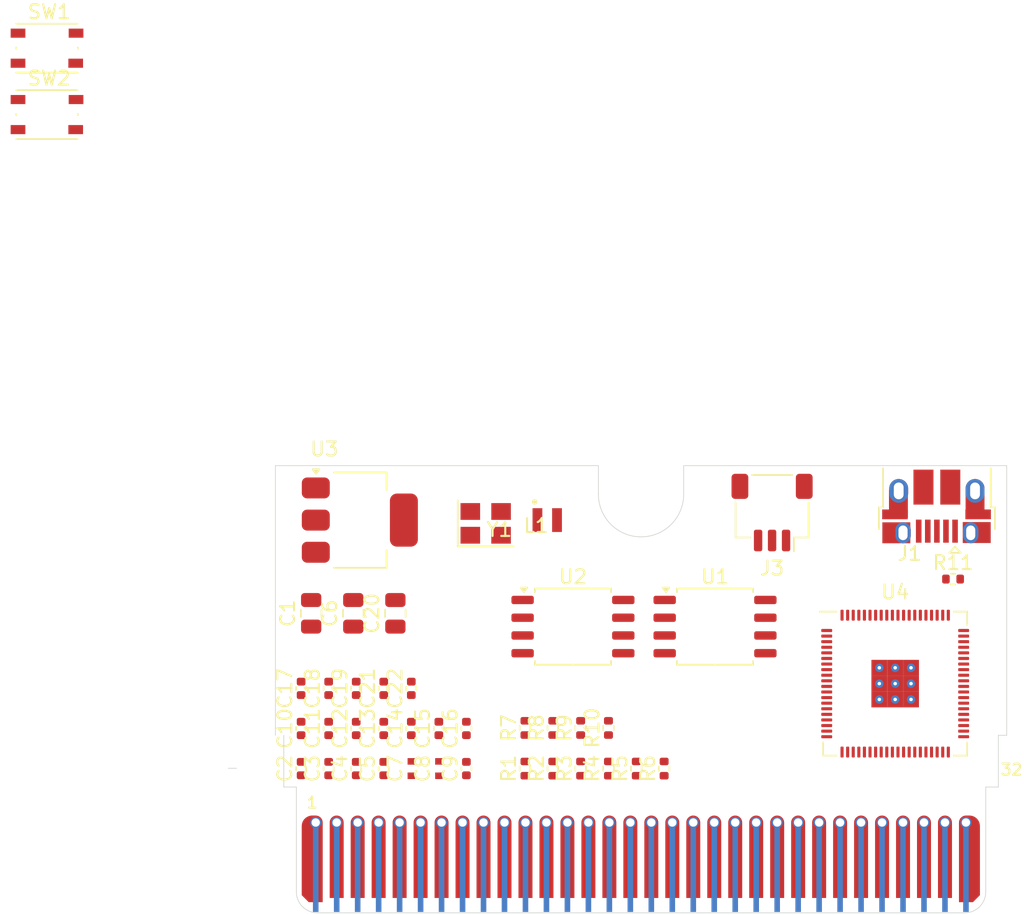
<source format=kicad_pcb>
(kicad_pcb (version 20221018) (generator pcbnew)
  (layers (0 "F.Cu" signal) (31 "B.Cu" signal) (34 "B.Paste" user) (35 "F.Paste" user) (36 "B.SilkS" user "B.Silkscreen") (37 "F.SilkS" user "F.Silkscreen") (38 "B.Mask" user) (39 "F.Mask" user) (44 "Edge.Cuts" user))
  (net 0 "")
  (net 1 "VBUS")
  (net 2 "GND")
  (net 3 "+3V3")
  (net 4 "/XIN")
  (net 5 "Net-(C5-Pad1)")
  (net 6 "+1V1")
  (net 7 "/VREG_AVDD")
  (net 8 "/USB_D-")
  (net 9 "/USB_D+")
  (net 11 "/GPIO0")
  (net 12 "/GPIO1")
  (net 13 "/GPIO2")
  (net 14 "/GPIO3")
  (net 15 "/GPIO4")
  (net 16 "/GPIO5")
  (net 17 "/GPIO6")
  (net 18 "/GPIO7")
  (net 19 "/GPIO8")
  (net 20 "/GPIO9")
  (net 21 "/GPIO10")
  (net 22 "/GPIO11")
  (net 23 "/GPIO12")
  (net 24 "/GPIO13")
  (net 25 "/GPIO14")
  (net 26 "/GPIO15")
  (net 27 "/GPIO16")
  (net 28 "/GPIO17")
  (net 29 "/GPIO18")
  (net 30 "/GPIO19")
  (net 31 "/GPIO20")
  (net 32 "/GPIO21")
  (net 33 "/GPIO22")
  (net 34 "/GPIO23")
  (net 35 "/GPIO24")
  (net 36 "/SWCLK")
  (net 37 "/SWD")
  (net 38 "/GPIO47_ADC7")
  (net 39 "/GPIO46_ADC6")
  (net 40 "/GPIO45_ADC5")
  (net 41 "/GPIO44_ADC4")
  (net 42 "/GPIO43_ADC3")
  (net 43 "/GPIO42_ADC2")
  (net 44 "/GPIO41_ADC1")
  (net 45 "/GPIO40_ADC0")
  (net 46 "/GPIO39")
  (net 47 "/GPIO38")
  (net 48 "/GPIO37")
  (net 49 "/GPIO36")
  (net 50 "/GPIO35")
  (net 51 "/GPIO34")
  (net 52 "/GPIO33")
  (net 53 "/GPIO32")
  (net 54 "/GPIO31")
  (net 55 "/GPIO30")
  (net 56 "/GPIO29")
  (net 57 "/GPIO28")
  (net 58 "/RUN")
  (net 59 "/GPIO27")
  (net 60 "/GPIO26")
  (net 61 "/GPIO25")
  (net 62 "/VREG_LX")
  (net 63 "/FLASH_SS")
  (net 64 "/QSPI_SS")
  (net 65 "/FLASH2_SS")
  (net 66 "Net-(R6-Pad1)")
  (net 67 "/XOUT")
  (net 68 "/~{USB_BOOT}")
  (net 69 "Net-(U4-USB_DP)")
  (net 70 "Net-(U4-USB_DM)")
  (net 71 "/QSPI_SD1")
  (net 72 "/QSPI_SD2")
  (net 73 "/QSPI_SD0")
  (net 74 "/QSPI_SCLK")
  (net 75 "/QSPI_SD3")
  (net 76 "+3.3V")
  (footprint "RP2350_80QFN_minimal:L_pol_2016" (layer "F.Cu") (at 142.94 88.9)
    (fp_text reference "L1" (at -0.8 0.4) (layer "F.SilkS"))
    (fp_text value "3.3u")
    (pad "1" smd rect (at -0.7 0) (size 0.7 1.7) (layers "F.Cu" "F.Paste" "F.Mask") (net 6 "+1V1"))
    (pad "2" smd rect (at 0.7 0) (size 0.7 1.7) (layers "F.Cu" "F.Paste" "F.Mask") (net 62 "/VREG_LX"))
  )
  (footprint "Capacitor_SMD:C_0805_2012Metric" (layer "F.Cu") (at 132.08 95.57 90)
    (fp_text reference "C20" (at 0 -1.68 90) (layer "F.SilkS"))
    (fp_text value "10u")
    (pad "1" smd roundrect (at -0.95 0 90) (size 1 1.45) (layers "F.Cu" "F.Paste" "F.Mask") (net 3 "+3V3"))
    (pad "2" smd roundrect (at 0.95 0 90) (size 1 1.45) (layers "F.Cu" "F.Paste" "F.Mask") (net 2 "GND"))
  )
  (footprint "Resistor_SMD:R_0402_1005Metric" (layer "F.Cu") (at 171.961237 93.120158)
    (fp_text reference "R11" (at 0 -1.17) (layer "F.SilkS"))
    (fp_text value "27")
    (pad "1" smd roundrect (at -0.51 0) (size 0.54 0.64) (layers "F.Cu" "F.Paste" "F.Mask") (net 8 "/USB_D-"))
    (pad "2" smd roundrect (at 0.51 0) (size 0.54 0.64) (layers "F.Cu" "F.Paste" "F.Mask") (net 70 "Net-(U4-USB_DM)"))
  )
  (footprint "Crystal:Crystal_SMD_3225-4Pin_3.2x2.5mm" (layer "F.Cu") (at 138.54 89.133579)
    (fp_text reference "Y1" (at 0.97 0.445) (layer "F.SilkS"))
    (fp_text value "ABM8-272-T3")
    (pad "1" smd rect (at -1.1 0.85) (size 1.4 1.2) (layers "F.Cu" "F.Paste" "F.Mask") (net 4 "/XIN"))
    (pad "2" smd rect (at 1.1 0.85) (size 1.4 1.2) (layers "F.Cu" "F.Paste" "F.Mask") (net 2 "GND"))
    (pad "3" smd rect (at 1.1 -0.85) (size 1.4 1.2) (layers "F.Cu" "F.Paste" "F.Mask") (net 5 "Net-(C5-Pad1)"))
    (pad "4" smd rect (at -1.1 -0.85) (size 1.4 1.2) (layers "F.Cu" "F.Paste" "F.Mask") (net 2 "GND"))
  )
  (footprint "Capacitor_SMD:C_0402_1005Metric" (layer "F.Cu") (at 129.28 100.94 90)
    (fp_text reference "C19" (at 0 -1.16 90) (layer "F.SilkS"))
    (fp_text value "100n")
    (pad "1" smd roundrect (at -0.48 0 90) (size 0.56 0.62) (layers "F.Cu" "F.Paste" "F.Mask") (net 3 "+3V3"))
    (pad "2" smd roundrect (at 0.48 0 90) (size 0.56 0.62) (layers "F.Cu" "F.Paste" "F.Mask") (net 2 "GND"))
  )
  (footprint "Capacitor_SMD:C_0402_1005Metric" (layer "F.Cu") (at 137.16 106.68 90)
    (fp_text reference "C9" (at 0 -1.16 90) (layer "F.SilkS"))
    (fp_text value "100n")
    (pad "1" smd roundrect (at -0.48 0 90) (size 0.56 0.62) (layers "F.Cu" "F.Paste" "F.Mask") (net 6 "+1V1"))
    (pad "2" smd roundrect (at 0.48 0 90) (size 0.56 0.62) (layers "F.Cu" "F.Paste" "F.Mask") (net 2 "GND"))
  )
  (footprint "Capacitor_SMD:C_0402_1005Metric" (layer "F.Cu") (at 127.31 100.94 90)
    (fp_text reference "C18" (at 0 -1.16 90) (layer "F.SilkS"))
    (fp_text value "100n")
    (pad "1" smd roundrect (at -0.48 0 90) (size 0.56 0.62) (layers "F.Cu" "F.Paste" "F.Mask") (net 3 "+3V3"))
    (pad "2" smd roundrect (at 0.48 0 90) (size 0.56 0.62) (layers "F.Cu" "F.Paste" "F.Mask") (net 2 "GND"))
  )
  (footprint "Package_TO_SOT_SMD:SOT-223-3_TabPin2" (layer "F.Cu") (at 129.54 88.9)
    (fp_text reference "U3" (at -2.54 -5.08) (layer "F.SilkS"))
    (fp_text value "NCP1117-3.3_SOT223")
    (pad "1" smd roundrect (at -3.15 -2.3) (size 2 1.5) (layers "F.Cu" "F.Paste" "F.Mask") (net 2 "GND"))
    (pad "2" smd roundrect (at -3.15 0) (size 2 1.5) (layers "F.Cu" "F.Paste" "F.Mask") (net 3 "+3V3"))
    (pad "2" smd roundrect (at 3.15 0) (size 2 3.8) (layers "F.Cu" "F.Paste" "F.Mask") (net 3 "+3V3"))
    (pad "3" smd roundrect (at -3.15 2.3) (size 2 1.5) (layers "F.Cu" "F.Paste" "F.Mask") (net 1 "VBUS"))
  )
  (footprint "Resistor_SMD:R_0402_1005Metric" (layer "F.Cu") (at 145.33 106.68 90)
    (fp_text reference "R3" (at 0 -1.17 90) (layer "F.SilkS"))
    (fp_text value "DNF")
    (pad "1" smd roundrect (at -0.51 0 90) (size 0.54 0.64) (layers "F.Cu" "F.Paste" "F.Mask") (net 11 "/GPIO0"))
    (pad "2" smd roundrect (at 0.51 0 90) (size 0.54 0.64) (layers "F.Cu" "F.Paste" "F.Mask") (net 65 "/FLASH2_SS"))
  )
  (footprint "Connector_JST:JST_SH_SM03B-SRSS-TB_1x03-1MP_P1.00mm_Horizontal" (layer "F.Cu") (at 159.02 88.36 180)
    (fp_text reference "J3" (at 0 -3.98) (layer "F.SilkS"))
    (fp_text value "SM03B-SRSS-TB")
    (pad "1" smd roundrect (at -1 -2 180) (size 0.6 1.55) (layers "F.Cu" "F.Paste" "F.Mask") (net 36 "/SWCLK"))
    (pad "2" smd roundrect (at 0 -2 180) (size 0.6 1.55) (layers "F.Cu" "F.Paste" "F.Mask") (net 2 "GND"))
    (pad "3" smd roundrect (at 1 -2 180) (size 0.6 1.55) (layers "F.Cu" "F.Paste" "F.Mask") (net 37 "/SWD"))
    (pad "MP" smd roundrect (at -2.3 1.875 180) (size 1.2 1.8) (layers "F.Cu" "F.Paste" "F.Mask") (roundrect_rratio 0.208333) (net 2 "GND"))
    (pad "MP" smd roundrect (at 2.3 1.875 180) (size 1.2 1.8) (layers "F.Cu" "F.Paste" "F.Mask") (roundrect_rratio 0.208333) (net 2 "GND"))
  )
  (footprint "Capacitor_SMD:C_0402_1005Metric" (layer "F.Cu") (at 129.28 106.68 90)
    (fp_text reference "C4" (at 0 -1.16 90) (layer "F.SilkS"))
    (fp_text value "15p")
    (pad "1" smd roundrect (at -0.48 0 90) (size 0.56 0.62) (layers "F.Cu" "F.Paste" "F.Mask") (net 4 "/XIN"))
    (pad "2" smd roundrect (at 0.48 0 90) (size 0.56 0.62) (layers "F.Cu" "F.Paste" "F.Mask") (net 2 "GND"))
  )
  (footprint "Package_SO:SOIC-8_5.23x5.23mm_P1.27mm" (layer "F.Cu") (at 144.78 96.52)
    (fp_text reference "U2" (at 0 -3.56) (layer "F.SilkS"))
    (fp_text value "DNF")
    (pad "1" smd roundrect (at -3.6 -1.905) (size 1.6 0.6) (layers "F.Cu" "F.Paste" "F.Mask") (net 65 "/FLASH2_SS"))
    (pad "2" smd roundrect (at -3.6 -0.635) (size 1.6 0.6) (layers "F.Cu" "F.Paste" "F.Mask") (net 71 "/QSPI_SD1"))
    (pad "3" smd roundrect (at -3.6 0.635) (size 1.6 0.6) (layers "F.Cu" "F.Paste" "F.Mask") (net 72 "/QSPI_SD2"))
    (pad "4" smd roundrect (at -3.6 1.905) (size 1.6 0.6) (layers "F.Cu" "F.Paste" "F.Mask") (net 2 "GND"))
    (pad "5" smd roundrect (at 3.6 1.905) (size 1.6 0.6) (layers "F.Cu" "F.Paste" "F.Mask") (net 73 "/QSPI_SD0"))
    (pad "6" smd roundrect (at 3.6 0.635) (size 1.6 0.6) (layers "F.Cu" "F.Paste" "F.Mask") (net 74 "/QSPI_SCLK"))
    (pad "7" smd roundrect (at 3.6 -0.635) (size 1.6 0.6) (layers "F.Cu" "F.Paste" "F.Mask") (net 75 "/QSPI_SD3"))
    (pad "8" smd roundrect (at 3.6 -1.905) (size 1.6 0.6) (layers "F.Cu" "F.Paste" "F.Mask") (net 3 "+3V3"))
  )
  (footprint "Resistor_SMD:R_0402_1005Metric" (layer "F.Cu") (at 149.31 106.68 90)
    (fp_text reference "R5" (at 0 -1.17 90) (layer "F.SilkS"))
    (fp_text value "DNF")
    (pad "1" smd roundrect (at -0.51 0 90) (size 0.54 0.64) (layers "F.Cu" "F.Paste" "F.Mask") (net 3 "+3V3"))
    (pad "2" smd roundrect (at 0.51 0 90) (size 0.54 0.64) (layers "F.Cu" "F.Paste" "F.Mask") (net 65 "/FLASH2_SS"))
  )
  (footprint "Capacitor_SMD:C_0402_1005Metric" (layer "F.Cu") (at 131.25 106.68 90)
    (fp_text reference "C5" (at 0 -1.16 90) (layer "F.SilkS"))
    (fp_text value "15p")
    (pad "1" smd roundrect (at -0.48 0 90) (size 0.56 0.62) (layers "F.Cu" "F.Paste" "F.Mask") (net 5 "Net-(C5-Pad1)"))
    (pad "2" smd roundrect (at 0.48 0 90) (size 0.56 0.62) (layers "F.Cu" "F.Paste" "F.Mask") (net 2 "GND"))
  )
  (footprint "Resistor_SMD:R_0402_1005Metric" (layer "F.Cu") (at 147.32 106.68 90)
    (fp_text reference "R4" (at 0 -1.17 90) (layer "F.SilkS"))
    (fp_text value "DNF")
    (pad "1" smd roundrect (at -0.51 0 90) (size 0.54 0.64) (layers "F.Cu" "F.Paste" "F.Mask") (net 3 "+3V3"))
    (pad "2" smd roundrect (at 0.51 0 90) (size 0.54 0.64) (layers "F.Cu" "F.Paste" "F.Mask") (net 63 "/FLASH_SS"))
  )
  (footprint "RP2350_80QFN_minimal:C_0402_1005Metric_small_pads" (layer "F.Cu") (at 133.22 106.68 90)
    (fp_text reference "C7" (at 0 -1.16 90) (layer "F.SilkS"))
    (fp_text value "4.7u")
    (pad "1" smd rect (at -0.515 0 90) (size 0.47 0.53) (layers "F.Cu" "F.Paste" "F.Mask") (net 3 "+3V3"))
    (pad "2" smd rect (at 0.515 0 90) (size 0.47 0.53) (layers "F.Cu" "F.Paste" "F.Mask") (net 2 "GND"))
  )
  (footprint "Capacitor_SMD:C_0402_1005Metric" (layer "F.Cu") (at 127.31 106.68 90)
    (fp_text reference "C3" (at 0 -1.16 90) (layer "F.SilkS"))
    (fp_text value "DNF")
    (pad "1" smd roundrect (at -0.48 0 90) (size 0.56 0.62) (layers "F.Cu" "F.Paste" "F.Mask") (net 3 "+3V3"))
    (pad "2" smd roundrect (at 0.48 0 90) (size 0.56 0.62) (layers "F.Cu" "F.Paste" "F.Mask") (net 2 "GND"))
  )
  (footprint "Capacitor_SMD:C_0805_2012Metric" (layer "F.Cu") (at 129.07 95.57 90)
    (fp_text reference "C6" (at 0 -1.68 90) (layer "F.SilkS"))
    (fp_text value "10u")
    (pad "1" smd roundrect (at -0.95 0 90) (size 1 1.45) (layers "F.Cu" "F.Paste" "F.Mask") (net 3 "+3V3"))
    (pad "2" smd roundrect (at 0.95 0 90) (size 1 1.45) (layers "F.Cu" "F.Paste" "F.Mask") (net 2 "GND"))
  )
  (footprint "Capacitor_SMD:C_0402_1005Metric" (layer "F.Cu") (at 131.25 103.81 90)
    (fp_text reference "C13" (at 0 -1.16 90) (layer "F.SilkS"))
    (fp_text value "100n")
    (pad "1" smd roundrect (at -0.48 0 90) (size 0.56 0.62) (layers "F.Cu" "F.Paste" "F.Mask") (net 3 "+3V3"))
    (pad "2" smd roundrect (at 0.48 0 90) (size 0.56 0.62) (layers "F.Cu" "F.Paste" "F.Mask") (net 2 "GND"))
  )
  (footprint "Button_Switch_SMD:SW_Push_1P1T_NO_Vertical_Wuerth_434133025816" (layer "F.Cu") (at 107.17 55.135)
    (fp_text reference "SW1" (at 0.15 -2.6) (layer "F.SilkS"))
    (fp_text value "SW_Push")
    (pad "1" smd rect (at -2.075 -1.075) (size 1.05 0.65) (layers "F.Cu" "F.Paste" "F.Mask") (net 2 "GND"))
    (pad "1" smd rect (at 2.075 -1.075) (size 1.05 0.65) (layers "F.Cu" "F.Paste" "F.Mask") (net 2 "GND"))
    (pad "2" smd rect (at -2.075 1.075) (size 1.05 0.65) (layers "F.Cu" "F.Paste" "F.Mask") (net 68 "/~{USB_BOOT}"))
    (pad "2" smd rect (at 2.05 1.075) (size 1.05 0.65) (layers "F.Cu" "F.Paste" "F.Mask") (net 68 "/~{USB_BOOT}"))
  )
  (footprint "Resistor_SMD:R_0402_1005Metric" (layer "F.Cu") (at 141.35 106.68 90)
    (fp_text reference "R1" (at 0 -1.17 90) (layer "F.SilkS"))
    (fp_text value "DNF")
    (pad "1" smd roundrect (at -0.51 0 90) (size 0.54 0.64) (layers "F.Cu" "F.Paste" "F.Mask") (net 11 "/GPIO0"))
    (pad "2" smd roundrect (at 0.51 0 90) (size 0.54 0.64) (layers "F.Cu" "F.Paste" "F.Mask") (net 63 "/FLASH_SS"))
  )
  (footprint "Resistor_SMD:R_0402_1005Metric" (layer "F.Cu") (at 145.33 103.77 90)
    (fp_text reference "R9" (at 0 -1.17 90) (layer "F.SilkS"))
    (fp_text value "1k")
    (pad "1" smd roundrect (at -0.51 0 90) (size 0.54 0.64) (layers "F.Cu" "F.Paste" "F.Mask") (net 64 "/QSPI_SS"))
    (pad "2" smd roundrect (at 0.51 0 90) (size 0.54 0.64) (layers "F.Cu" "F.Paste" "F.Mask") (net 68 "/~{USB_BOOT}"))
  )
  (footprint "Capacitor_SMD:C_0402_1005Metric" (layer "F.Cu") (at 131.25 100.94 90)
    (fp_text reference "C21" (at 0 -1.16 90) (layer "F.SilkS"))
    (fp_text value "100n")
    (pad "1" smd roundrect (at -0.48 0 90) (size 0.56 0.62) (layers "F.Cu" "F.Paste" "F.Mask") (net 3 "+3V3"))
    (pad "2" smd roundrect (at 0.48 0 90) (size 0.56 0.62) (layers "F.Cu" "F.Paste" "F.Mask") (net 2 "GND"))
  )
  (footprint "Capacitor_SMD:C_0402_1005Metric" (layer "F.Cu") (at 135.19 103.81 90)
    (fp_text reference "C15" (at 0 -1.16 90) (layer "F.SilkS"))
    (fp_text value "100n")
    (pad "1" smd roundrect (at -0.48 0 90) (size 0.56 0.62) (layers "F.Cu" "F.Paste" "F.Mask") (net 3 "+3V3"))
    (pad "2" smd roundrect (at 0.48 0 90) (size 0.56 0.62) (layers "F.Cu" "F.Paste" "F.Mask") (net 2 "GND"))
  )
  (footprint "Capacitor_SMD:C_0402_1005Metric" (layer "F.Cu") (at 125.34 103.81 90)
    (fp_text reference "C10" (at 0 -1.16 90) (layer "F.SilkS"))
    (fp_text value "4.7u")
    (pad "1" smd roundrect (at -0.48 0 90) (size 0.56 0.62) (layers "F.Cu" "F.Paste" "F.Mask") (net 7 "/VREG_AVDD"))
    (pad "2" smd roundrect (at 0.48 0 90) (size 0.56 0.62) (layers "F.Cu" "F.Paste" "F.Mask") (net 2 "GND"))
  )
  (footprint "Capacitor_SMD:C_0402_1005Metric" (layer "F.Cu") (at 125.34 106.68 90)
    (fp_text reference "C2" (at 0 -1.16 90) (layer "F.SilkS"))
    (fp_text value "100n")
    (pad "1" smd roundrect (at -0.48 0 90) (size 0.56 0.62) (layers "F.Cu" "F.Paste" "F.Mask") (net 3 "+3V3"))
    (pad "2" smd roundrect (at 0.48 0 90) (size 0.56 0.62) (layers "F.Cu" "F.Paste" "F.Mask") (net 2 "GND"))
  )
  (footprint "Button_Switch_SMD:SW_Push_1P1T_NO_Vertical_Wuerth_434133025816" (layer "F.Cu") (at 107.17 59.885)
    (fp_text reference "SW2" (at 0.15 -2.6) (layer "F.SilkS"))
    (fp_text value "SW_Push")
    (pad "1" smd rect (at -2.075 -1.075) (size 1.05 0.65) (layers "F.Cu" "F.Paste" "F.Mask") (net 66 "Net-(R6-Pad1)"))
    (pad "1" smd rect (at 2.075 -1.075) (size 1.05 0.65) (layers "F.Cu" "F.Paste" "F.Mask") (net 66 "Net-(R6-Pad1)"))
    (pad "2" smd rect (at -2.075 1.075) (size 1.05 0.65) (layers "F.Cu" "F.Paste" "F.Mask") (net 58 "/RUN"))
    (pad "2" smd rect (at 2.05 1.075) (size 1.05 0.65) (layers "F.Cu" "F.Paste" "F.Mask") (net 58 "/RUN"))
  )
  (footprint "Connector_USB:USB_Micro-B_Amphenol_10103594-0001LF_Horizontal" (layer "F.Cu") (at 170.779711 87.925515 180)
    (fp_text reference "J1" (at 1.925 -3.365) (layer "F.SilkS"))
    (fp_text value "USB_B_Micro")
    (pad "1" smd rect (at -1.325 -1.765 270) (size 1.65 0.4) (layers "F.Cu" "F.Paste" "F.Mask") (net 1 "VBUS"))
    (pad "2" smd rect (at -0.675 -1.765 270) (size 1.65 0.4) (layers "F.Cu" "F.Paste" "F.Mask") (net 8 "/USB_D-"))
    (pad "3" smd rect (at -0.025 -1.765 270) (size 1.65 0.4) (layers "F.Cu" "F.Paste" "F.Mask") (net 9 "/USB_D+"))
    (pad "4" smd rect (at 0.625 -1.765 270) (size 1.65 0.4) (layers "F.Cu" "F.Paste" "F.Mask"))
    (pad "5" smd rect (at 1.275 -1.765 270) (size 1.65 0.4) (layers "F.Cu" "F.Paste" "F.Mask") (net 2 "GND"))
    (pad "6" smd rect (at -2.975 -0.565 180) (size 1.825 0.7) (layers "F.Cu" "F.Paste" "F.Mask") (net 2 "GND"))
    (pad "6" smd rect (at -2.875 -1.865 180) (size 2 1.5) (layers "F.Cu" "F.Paste" "F.Mask") (net 2 "GND"))
    (pad "6" smd rect (at -2.755 0.185 180) (size 1.35 2) (layers "F.Cu" "F.Paste" "F.Mask") (net 2 "GND"))
    (pad "6" thru_hole oval (at -2.755 1.115 270) (size 1.7 1.35) (drill oval 1.2 0.7) (layers "*.Cu" "*.Mask") (net 2 "GND"))
    (pad "6" thru_hole oval (at -2.445 -1.885 270) (size 1.5 1.1) (drill oval 1.05 0.65) (layers "*.Cu" "*.Mask") (net 2 "GND"))
    (pad "6" smd rect (at -0.985 1.385 270) (size 2.5 1.43) (layers "F.Cu" "F.Paste" "F.Mask") (net 2 "GND"))
    (pad "6" smd rect (at 0.935 1.385 270) (size 2.5 1.43) (layers "F.Cu" "F.Paste" "F.Mask") (net 2 "GND"))
    (pad "6" thru_hole oval (at 2.395 -1.885 270) (size 1.5 1.1) (drill oval 1.05 0.65) (layers "*.Cu" "*.Mask") (net 2 "GND"))
    (pad "6" thru_hole oval (at 2.705 1.115 270) (size 1.7 1.35) (drill oval 1.2 0.7) (layers "*.Cu" "*.Mask") (net 2 "GND"))
    (pad "6" smd rect (at 2.725 0.185 180) (size 1.35 2) (layers "F.Cu" "F.Paste" "F.Mask") (net 2 "GND"))
    (pad "6" smd rect (at 2.875 -1.885 180) (size 2 1.5) (layers "F.Cu" "F.Paste" "F.Mask") (net 2 "GND"))
    (pad "6" smd rect (at 2.975 -0.565 180) (size 1.825 0.7) (layers "F.Cu" "F.Paste" "F.Mask") (net 2 "GND"))
  )
  (footprint "Capacitor_SMD:C_0402_1005Metric" (layer "F.Cu") (at 133.22 100.94 90)
    (fp_text reference "C22" (at 0 -1.16 90) (layer "F.SilkS"))
    (fp_text value "100n")
    (pad "1" smd roundrect (at -0.48 0 90) (size 0.56 0.62) (layers "F.Cu" "F.Paste" "F.Mask") (net 3 "+3V3"))
    (pad "2" smd roundrect (at 0.48 0 90) (size 0.56 0.62) (layers "F.Cu" "F.Paste" "F.Mask") (net 2 "GND"))
  )
  (footprint "Capacitor_SMD:C_0402_1005Metric" (layer "F.Cu") (at 127.31 103.81 90)
    (fp_text reference "C11" (at 0 -1.16 90) (layer "F.SilkS"))
    (fp_text value "4.7u")
    (pad "1" smd roundrect (at -0.48 0 90) (size 0.56 0.62) (layers "F.Cu" "F.Paste" "F.Mask") (net 6 "+1V1"))
    (pad "2" smd roundrect (at 0.48 0 90) (size 0.56 0.62) (layers "F.Cu" "F.Paste" "F.Mask") (net 2 "GND"))
  )
  (footprint "Capacitor_SMD:C_0402_1005Metric" (layer "F.Cu") (at 137.16 103.81 90)
    (fp_text reference "C16" (at 0 -1.16 90) (layer "F.SilkS"))
    (fp_text value "100n")
    (pad "1" smd roundrect (at -0.48 0 90) (size 0.56 0.62) (layers "F.Cu" "F.Paste" "F.Mask") (net 3 "+3V3"))
    (pad "2" smd roundrect (at 0.48 0 90) (size 0.56 0.62) (layers "F.Cu" "F.Paste" "F.Mask") (net 2 "GND"))
  )
  (footprint "RP2350_80QFN_minimal:RP2350-QFN-80-1EP_10x10_P0.4mm_EP3.4x3.4mm_ThermalVias" (layer "F.Cu") (at 167.8235 100.6)
    (fp_text reference "U4" (at 0 -6.55) (layer "F.SilkS"))
    (fp_text value "RP2350_80QFN")
    (pad "1" smd roundrect (at -4.8965 -3.8 90) (size 0.22 0.78) (layers "F.Cu" "F.Paste" "F.Mask") (net 15 "/GPIO4"))
    (pad "2" smd roundrect (at -4.8965 -3.4 90) (size 0.22 0.78) (layers "F.Cu" "F.Paste" "F.Mask") (net 16 "/GPIO5"))
    (pad "3" smd roundrect (at -4.8965 -3 90) (size 0.22 0.78) (layers "F.Cu" "F.Paste" "F.Mask") (net 17 "/GPIO6"))
    (pad "4" smd roundrect (at -4.8965 -2.6 90) (size 0.22 0.78) (layers "F.Cu" "F.Paste" "F.Mask") (net 18 "/GPIO7"))
    (pad "5" smd roundrect (at -4.8965 -2.2 90) (size 0.22 0.78) (layers "F.Cu" "F.Paste" "F.Mask") (net 3 "+3V3"))
    (pad "6" smd roundrect (at -4.8965 -1.8 90) (size 0.22 0.78) (layers "F.Cu" "F.Paste" "F.Mask") (net 19 "/GPIO8"))
    (pad "7" smd roundrect (at -4.8965 -1.4 90) (size 0.22 0.78) (layers "F.Cu" "F.Paste" "F.Mask") (net 20 "/GPIO9"))
    (pad "8" smd roundrect (at -4.8965 -1 90) (size 0.22 0.78) (layers "F.Cu" "F.Paste" "F.Mask") (net 21 "/GPIO10"))
    (pad "9" smd roundrect (at -4.8965 -0.6 90) (size 0.22 0.78) (layers "F.Cu" "F.Paste" "F.Mask") (net 22 "/GPIO11"))
    (pad "10" smd roundrect (at -4.8965 -0.2 90) (size 0.22 0.78) (layers "F.Cu" "F.Paste" "F.Mask") (net 6 "+1V1"))
    (pad "11" smd roundrect (at -4.8965 0.2 90) (size 0.22 0.78) (layers "F.Cu" "F.Paste" "F.Mask") (net 23 "/GPIO12"))
    (pad "12" smd roundrect (at -4.8965 0.6 90) (size 0.22 0.78) (layers "F.Cu" "F.Paste" "F.Mask") (net 24 "/GPIO13"))
    (pad "13" smd roundrect (at -4.8965 1 90) (size 0.22 0.78) (layers "F.Cu" "F.Paste" "F.Mask") (net 25 "/GPIO14"))
    (pad "14" smd roundrect (at -4.8965 1.4 90) (size 0.22 0.78) (layers "F.Cu" "F.Paste" "F.Mask") (net 26 "/GPIO15"))
    (pad "15" smd roundrect (at -4.8965 1.8 90) (size 0.22 0.78) (layers "F.Cu" "F.Paste" "F.Mask") (net 3 "+3V3"))
    (pad "16" smd roundrect (at -4.8965 2.2 90) (size 0.22 0.78) (layers "F.Cu" "F.Paste" "F.Mask") (net 27 "/GPIO16"))
    (pad "17" smd roundrect (at -4.8965 2.6 90) (size 0.22 0.78) (layers "F.Cu" "F.Paste" "F.Mask") (net 28 "/GPIO17"))
    (pad "18" smd roundrect (at -4.8965 3 90) (size 0.22 0.78) (layers "F.Cu" "F.Paste" "F.Mask") (net 29 "/GPIO18"))
    (pad "19" smd roundrect (at -4.8965 3.4 90) (size 0.22 0.78) (layers "F.Cu" "F.Paste" "F.Mask") (net 30 "/GPIO19"))
    (pad "20" smd roundrect (at -4.8965 3.8 90) (size 0.22 0.78) (layers "F.Cu" "F.Paste" "F.Mask") (net 31 "/GPIO20"))
    (pad "21" smd roundrect (at -3.8 4.8965) (size 0.22 0.78) (layers "F.Cu" "F.Paste" "F.Mask") (net 32 "/GPIO21"))
    (pad "22" smd roundrect (at -3.4 4.8965) (size 0.22 0.78) (layers "F.Cu" "F.Paste" "F.Mask") (net 33 "/GPIO22"))
    (pad "23" smd roundrect (at -3 4.8965) (size 0.22 0.78) (layers "F.Cu" "F.Paste" "F.Mask") (net 34 "/GPIO23"))
    (pad "24" smd roundrect (at -2.6 4.8965) (size 0.22 0.78) (layers "F.Cu" "F.Paste" "F.Mask") (net 3 "+3V3"))
    (pad "25" smd roundrect (at -2.2 4.8965) (size 0.22 0.78) (layers "F.Cu" "F.Paste" "F.Mask") (net 35 "/GPIO24"))
    (pad "26" smd roundrect (at -1.8 4.8965) (size 0.22 0.78) (layers "F.Cu" "F.Paste" "F.Mask") (net 61 "/GPIO25"))
    (pad "27" smd roundrect (at -1.4 4.8965) (size 0.22 0.78) (layers "F.Cu" "F.Paste" "F.Mask") (net 60 "/GPIO26"))
    (pad "28" smd roundrect (at -1 4.8965) (size 0.22 0.78) (layers "F.Cu" "F.Paste" "F.Mask") (net 59 "/GPIO27"))
    (pad "29" smd roundrect (at -0.6 4.8965) (size 0.22 0.78) (layers "F.Cu" "F.Paste" "F.Mask") (net 3 "+3V3"))
    (pad "30" smd roundrect (at -0.2 4.8965) (size 0.22 0.78) (layers "F.Cu" "F.Paste" "F.Mask") (net 4 "/XIN"))
    (pad "31" smd roundrect (at 0.2 4.8965) (size 0.22 0.78) (layers "F.Cu" "F.Paste" "F.Mask") (net 67 "/XOUT"))
    (pad "32" smd roundrect (at 0.6 4.8965) (size 0.22 0.78) (layers "F.Cu" "F.Paste" "F.Mask") (net 6 "+1V1"))
    (pad "33" smd roundrect (at 1 4.8965) (size 0.22 0.78) (layers "F.Cu" "F.Paste" "F.Mask") (net 36 "/SWCLK"))
    (pad "34" smd roundrect (at 1.4 4.8965) (size 0.22 0.78) (layers "F.Cu" "F.Paste" "F.Mask") (net 37 "/SWD"))
    (pad "35" smd roundrect (at 1.8 4.8965) (size 0.22 0.78) (layers "F.Cu" "F.Paste" "F.Mask") (net 58 "/RUN"))
    (pad "36" smd roundrect (at 2.2 4.8965) (size 0.22 0.78) (layers "F.Cu" "F.Paste" "F.Mask") (net 57 "/GPIO28"))
    (pad "37" smd roundrect (at 2.6 4.8965) (size 0.22 0.78) (layers "F.Cu" "F.Paste" "F.Mask") (net 56 "/GPIO29"))
    (pad "38" smd roundrect (at 3 4.8965) (size 0.22 0.78) (layers "F.Cu" "F.Paste" "F.Mask") (net 55 "/GPIO30"))
    (pad "39" smd roundrect (at 3.4 4.8965) (size 0.22 0.78) (layers "F.Cu" "F.Paste" "F.Mask") (net 54 "/GPIO31"))
    (pad "40" smd roundrect (at 3.8 4.8965) (size 0.22 0.78) (layers "F.Cu" "F.Paste" "F.Mask") (net 53 "/GPIO32"))
    (pad "41" smd roundrect (at 4.8965 3.8 90) (size 0.22 0.78) (layers "F.Cu" "F.Paste" "F.Mask") (net 3 "+3V3"))
    (pad "42" smd roundrect (at 4.8965 3.4 90) (size 0.22 0.78) (layers "F.Cu" "F.Paste" "F.Mask") (net 52 "/GPIO33"))
    (pad "43" smd roundrect (at 4.8965 3 90) (size 0.22 0.78) (layers "F.Cu" "F.Paste" "F.Mask") (net 51 "/GPIO34"))
    (pad "44" smd roundrect (at 4.8965 2.6 90) (size 0.22 0.78) (layers "F.Cu" "F.Paste" "F.Mask") (net 50 "/GPIO35"))
    (pad "45" smd roundrect (at 4.8965 2.2 90) (size 0.22 0.78) (layers "F.Cu" "F.Paste" "F.Mask") (net 49 "/GPIO36"))
    (pad "46" smd roundrect (at 4.8965 1.8 90) (size 0.22 0.78) (layers "F.Cu" "F.Paste" "F.Mask") (net 48 "/GPIO37"))
    (pad "47" smd roundrect (at 4.8965 1.4 90) (size 0.22 0.78) (layers "F.Cu" "F.Paste" "F.Mask") (net 47 "/GPIO38"))
    (pad "48" smd roundrect (at 4.8965 1 90) (size 0.22 0.78) (layers "F.Cu" "F.Paste" "F.Mask") (net 46 "/GPIO39"))
    (pad "49" smd roundrect (at 4.8965 0.6 90) (size 0.22 0.78) (layers "F.Cu" "F.Paste" "F.Mask") (net 45 "/GPIO40_ADC0"))
    (pad "50" smd roundrect (at 4.8965 0.2 90) (size 0.22 0.78) (layers "F.Cu" "F.Paste" "F.Mask") (net 3 "+3V3"))
    (pad "51" smd roundrect (at 4.8965 -0.2 90) (size 0.22 0.78) (layers "F.Cu" "F.Paste" "F.Mask") (net 6 "+1V1"))
    (pad "52" smd roundrect (at 4.8965 -0.6 90) (size 0.22 0.78) (layers "F.Cu" "F.Paste" "F.Mask") (net 44 "/GPIO41_ADC1"))
    (pad "53" smd roundrect (at 4.8965 -1 90) (size 0.22 0.78) (layers "F.Cu" "F.Paste" "F.Mask") (net 43 "/GPIO42_ADC2"))
    (pad "54" smd roundrect (at 4.8965 -1.4 90) (size 0.22 0.78) (layers "F.Cu" "F.Paste" "F.Mask") (net 42 "/GPIO43_ADC3"))
    (pad "55" smd roundrect (at 4.8965 -1.8 90) (size 0.22 0.78) (layers "F.Cu" "F.Paste" "F.Mask") (net 41 "/GPIO44_ADC4"))
    (pad "56" smd roundrect (at 4.8965 -2.2 90) (size 0.22 0.78) (layers "F.Cu" "F.Paste" "F.Mask") (net 40 "/GPIO45_ADC5"))
    (pad "57" smd roundrect (at 4.8965 -2.6 90) (size 0.22 0.78) (layers "F.Cu" "F.Paste" "F.Mask") (net 39 "/GPIO46_ADC6"))
    (pad "58" smd roundrect (at 4.8965 -3 90) (size 0.22 0.78) (layers "F.Cu" "F.Paste" "F.Mask") (net 38 "/GPIO47_ADC7"))
    (pad "59" smd roundrect (at 4.8965 -3.4 90) (size 0.22 0.78) (layers "F.Cu" "F.Paste" "F.Mask") (net 3 "+3V3"))
    (pad "60" smd roundrect (at 4.8965 -3.8 90) (size 0.22 0.78) (layers "F.Cu" "F.Paste" "F.Mask") (net 3 "+3V3"))
    (pad "61" smd roundrect (at 3.8 -4.8965) (size 0.22 0.78) (layers "F.Cu" "F.Paste" "F.Mask") (net 7 "/VREG_AVDD"))
    (pad "62" smd roundrect (at 3.4 -4.8965) (size 0.22 0.78) (layers "F.Cu" "F.Paste" "F.Mask") (net 2 "GND"))
    (pad "63" smd roundrect (at 3 -4.8965) (size 0.22 0.78) (layers "F.Cu" "F.Paste" "F.Mask") (net 62 "/VREG_LX"))
    (pad "64" smd roundrect (at 2.6 -4.8965) (size 0.22 0.78) (layers "F.Cu" "F.Paste" "F.Mask") (net 3 "+3V3"))
    (pad "65" smd roundrect (at 2.2 -4.8965) (size 0.22 0.78) (layers "F.Cu" "F.Paste" "F.Mask") (net 6 "+1V1"))
    (pad "66" smd roundrect (at 1.8 -4.8965) (size 0.22 0.78) (layers "F.Cu" "F.Paste" "F.Mask") (net 70 "Net-(U4-USB_DM)"))
    (pad "67" smd roundrect (at 1.4 -4.8965) (size 0.22 0.78) (layers "F.Cu" "F.Paste" "F.Mask") (net 69 "Net-(U4-USB_DP)"))
    (pad "68" smd roundrect (at 1 -4.8965) (size 0.22 0.78) (layers "F.Cu" "F.Paste" "F.Mask") (net 3 "+3V3"))
    (pad "69" smd roundrect (at 0.6 -4.8965) (size 0.22 0.78) (layers "F.Cu" "F.Paste" "F.Mask") (net 3 "+3V3"))
    (pad "70" smd roundrect (at 0.2 -4.8965) (size 0.22 0.78) (layers "F.Cu" "F.Paste" "F.Mask") (net 75 "/QSPI_SD3"))
    (pad "71" smd roundrect (at -0.2 -4.8965) (size 0.22 0.78) (layers "F.Cu" "F.Paste" "F.Mask") (net 74 "/QSPI_SCLK"))
    (pad "72" smd roundrect (at -0.6 -4.8965) (size 0.22 0.78) (layers "F.Cu" "F.Paste" "F.Mask") (net 73 "/QSPI_SD0"))
    (pad "73" smd roundrect (at -1 -4.8965) (size 0.22 0.78) (layers "F.Cu" "F.Paste" "F.Mask") (net 72 "/QSPI_SD2"))
    (pad "74" smd roundrect (at -1.4 -4.8965) (size 0.22 0.78) (layers "F.Cu" "F.Paste" "F.Mask") (net 71 "/QSPI_SD1"))
    (pad "75" smd roundrect (at -1.8 -4.8965) (size 0.22 0.78) (layers "F.Cu" "F.Paste" "F.Mask") (net 64 "/QSPI_SS"))
    (pad "76" smd roundrect (at -2.2 -4.8965) (size 0.22 0.78) (layers "F.Cu" "F.Paste" "F.Mask") (net 3 "+3V3"))
    (pad "77" smd roundrect (at -2.6 -4.8965) (size 0.22 0.78) (layers "F.Cu" "F.Paste" "F.Mask") (net 11 "/GPIO0"))
    (pad "78" smd roundrect (at -3 -4.8965) (size 0.22 0.78) (layers "F.Cu" "F.Paste" "F.Mask") (net 12 "/GPIO1"))
    (pad "79" smd roundrect (at -3.4 -4.8965) (size 0.22 0.78) (layers "F.Cu" "F.Paste" "F.Mask") (net 13 "/GPIO2"))
    (pad "80" smd roundrect (at -3.8 -4.8965) (size 0.22 0.78) (layers "F.Cu" "F.Paste" "F.Mask") (net 14 "/GPIO3"))
    (pad "81" thru_hole circle (at -1.133333 -1.133333) (size 0.6 0.6) (drill 0.25) (layers "*.Cu" "*.Mask") (net 2 "GND"))
    (pad "81" smd rect (at -1.133333 -1.133333) (size 1.133333 1.133333) (layers "F.Cu" "F.Paste" "F.Mask") (net 2 "GND"))
    (pad "81" thru_hole circle (at -1.133333 0) (size 0.6 0.6) (drill 0.25) (layers "*.Cu" "*.Mask") (net 2 "GND"))
    (pad "81" smd rect (at -1.133333 0) (size 1.133333 1.133333) (layers "F.Cu" "F.Paste" "F.Mask") (net 2 "GND"))
    (pad "81" thru_hole circle (at -1.133333 1.133333) (size 0.6 0.6) (drill 0.25) (layers "*.Cu" "*.Mask") (net 2 "GND"))
    (pad "81" smd rect (at -1.133333 1.133333) (size 1.133333 1.133333) (layers "F.Cu" "F.Paste" "F.Mask") (net 2 "GND"))
    (pad "81" thru_hole circle (at 0 -1.133333) (size 0.6 0.6) (drill 0.25) (layers "*.Cu" "*.Mask") (net 2 "GND"))
    (pad "81" smd rect (at 0 -1.133333) (size 1.133333 1.133333) (layers "F.Cu" "F.Paste" "F.Mask") (net 2 "GND"))
    (pad "81" thru_hole circle (at 0 0) (size 0.6 0.6) (drill 0.25) (layers "*.Cu" "*.Mask") (net 2 "GND"))
    (pad "81" smd rect (at 0 0) (size 1.133333 1.133333) (layers "F.Cu" "F.Paste" "F.Mask") (net 2 "GND"))
    (pad "81" thru_hole circle (at 0 1.133333) (size 0.6 0.6) (drill 0.25) (layers "*.Cu" "*.Mask") (net 2 "GND"))
    (pad "81" smd rect (at 0 1.133333) (size 1.133333 1.133333) (layers "F.Cu" "F.Paste" "F.Mask") (net 2 "GND"))
    (pad "81" thru_hole circle (at 1.133333 -1.133333) (size 0.6 0.6) (drill 0.25) (layers "*.Cu" "*.Mask") (net 2 "GND"))
    (pad "81" smd rect (at 1.133333 -1.133333) (size 1.133333 1.133333) (layers "F.Cu" "F.Paste" "F.Mask") (net 2 "GND"))
    (pad "81" thru_hole circle (at 1.133333 0) (size 0.6 0.6) (drill 0.25) (layers "*.Cu" "*.Mask") (net 2 "GND"))
    (pad "81" smd rect (at 1.133333 0) (size 1.133333 1.133333) (layers "F.Cu" "F.Paste" "F.Mask") (net 2 "GND"))
    (pad "81" thru_hole circle (at 1.133333 1.133333) (size 0.6 0.6) (drill 0.25) (layers "*.Cu" "*.Mask") (net 2 "GND"))
    (pad "81" smd rect (at 1.133333 1.133333) (size 1.133333 1.133333) (layers "F.Cu" "F.Paste" "F.Mask") (net 2 "GND"))
  )
  (footprint "Connector_GameBoy:GameBoy_GamePak_AGB-002_P1.50mm_Edge" (layer "F.Cu") (at 149.634168 116.938066)
    (fp_text reference "J5" hide)
    (fp_text value "GameBoy_GamePak_AGB-002" hide)
    (fp_text user "1" (at -23.5 -7.825) (layer "F.SilkS") (effects (font (size 0.8 0.8))))
    (fp_text user "32" (at 26.51 -10.1815) (layer "F.SilkS") (effects (font (size 0.8 0.8))))
    (fp_poly (pts (xy -23.05 0) (xy -23.45 0) (xy -23.45 -6.1) (xy -23.05 -6.1)) (fill solid) (layer "B.Cu"))
    (fp_poly (pts (xy -21.55 0) (xy -21.95 0) (xy -21.95 -6.1) (xy -21.55 -6.1)) (fill solid) (layer "B.Cu"))
    (fp_poly (pts (xy -20.05 0) (xy -20.45 0) (xy -20.45 -6.1) (xy -20.05 -6.1)) (fill solid) (layer "B.Cu"))
    (fp_poly (pts (xy -18.55 0) (xy -18.95 0) (xy -18.95 -6.1) (xy -18.55 -6.1)) (fill solid) (layer "B.Cu"))
    (fp_poly (pts (xy -17.05 0) (xy -17.45 0) (xy -17.45 -6.1) (xy -17.05 -6.1)) (fill solid) (layer "B.Cu"))
    (fp_poly (pts (xy -15.55 0) (xy -15.95 0) (xy -15.95 -6.1) (xy -15.55 -6.1)) (fill solid) (layer "B.Cu"))
    (fp_poly (pts (xy -14.05 0) (xy -14.45 0) (xy -14.45 -6.1) (xy -14.05 -6.1)) (fill solid) (layer "B.Cu"))
    (fp_poly (pts (xy -12.55 0) (xy -12.95 0) (xy -12.95 -6.1) (xy -12.55 -6.1)) (fill solid) (layer "B.Cu"))
    (fp_poly (pts (xy -11.05 0) (xy -11.45 0) (xy -11.45 -6.1) (xy -11.05 -6.1)) (fill solid) (layer "B.Cu"))
    (fp_poly (pts (xy -9.55 0) (xy -9.95 0) (xy -9.95 -6.1) (xy -9.55 -6.1)) (fill solid) (layer "B.Cu"))
    (fp_poly (pts (xy -8.05 0) (xy -8.45 0) (xy -8.45 -6.1) (xy -8.05 -6.1)) (fill solid) (layer "B.Cu"))
    (fp_poly (pts (xy -6.55 0) (xy -6.95 0) (xy -6.95 -6.1) (xy -6.55 -6.1)) (fill solid) (layer "B.Cu"))
    (fp_poly (pts (xy -5.05 0) (xy -5.45 0) (xy -5.45 -6.1) (xy -5.05 -6.1)) (fill solid) (layer "B.Cu"))
    (fp_poly (pts (xy -3.55 0) (xy -3.95 0) (xy -3.95 -6.1) (xy -3.55 -6.1)) (fill solid) (layer "B.Cu"))
    (fp_poly (pts (xy -2.05 0) (xy -2.45 0) (xy -2.45 -6.1) (xy -2.05 -6.1)) (fill solid) (layer "B.Cu"))
    (fp_poly (pts (xy -0.55 0) (xy -0.95 0) (xy -0.95 -6.1) (xy -0.55 -6.1)) (fill solid) (layer "B.Cu"))
    (fp_poly (pts (xy 0.95 0) (xy 0.55 0) (xy 0.55 -6.1) (xy 0.95 -6.1)) (fill solid) (layer "B.Cu"))
    (fp_poly (pts (xy 2.45 0) (xy 2.05 0) (xy 2.05 -6.1) (xy 2.45 -6.1)) (fill solid) (layer "B.Cu"))
    (fp_poly (pts (xy 3.95 0) (xy 3.55 0) (xy 3.55 -6.1) (xy 3.95 -6.1)) (fill solid) (layer "B.Cu"))
    (fp_poly (pts (xy 5.45 0) (xy 5.05 0) (xy 5.05 -6.1) (xy 5.45 -6.1)) (fill solid) (layer "B.Cu"))
    (fp_poly (pts (xy 6.95 0) (xy 6.55 0) (xy 6.55 -6.1) (xy 6.95 -6.1)) (fill solid) (layer "B.Cu"))
    (fp_poly (pts (xy 8.45 0) (xy 8.05 0) (xy 8.05 -6.1) (xy 8.45 -6.1)) (fill solid) (layer "B.Cu"))
    (fp_poly (pts (xy 9.95 0) (xy 9.55 0) (xy 9.55 -6.1) (xy 9.95 -6.1)) (fill solid) (layer "B.Cu"))
    (fp_poly (pts (xy 11.45 0) (xy 11.05 0) (xy 11.05 -6.1) (xy 11.45 -6.1)) (fill solid) (layer "B.Cu"))
    (fp_poly (pts (xy 12.95 0) (xy 12.55 0) (xy 12.55 -6.1) (xy 12.95 -6.1)) (fill solid) (layer "B.Cu"))
    (fp_poly (pts (xy 14.45 0) (xy 14.05 0) (xy 14.05 -6.1) (xy 14.45 -6.1)) (fill solid) (layer "B.Cu"))
    (fp_poly (pts (xy 15.95 0) (xy 15.55 0) (xy 15.55 -6.1) (xy 15.95 -6.1)) (fill solid) (layer "B.Cu"))
    (fp_poly (pts (xy 17.45 0) (xy 17.05 0) (xy 17.05 -6.1) (xy 17.45 -6.1)) (fill solid) (layer "B.Cu"))
    (fp_poly (pts (xy 18.95 0) (xy 18.55 0) (xy 18.55 -6.1) (xy 18.95 -6.1)) (fill solid) (layer "B.Cu"))
    (fp_poly (pts (xy 20.45 0) (xy 20.05 0) (xy 20.05 -6.1) (xy 20.45 -6.1)) (fill solid) (layer "B.Cu"))
    (fp_poly (pts (xy 21.95 0) (xy 21.55 0) (xy 21.55 -6.1) (xy 21.95 -6.1)) (fill solid) (layer "B.Cu"))
    (fp_poly (pts (xy 23.45 0) (xy 23.05 0) (xy 23.05 -6.1) (xy 23.45 -6.1)) (fill solid) (layer "B.Cu"))
    (pad "1" thru_hole circle (at -23.25 -6.4) (size 0.8 0.8) (drill 0.6) (layers "*.Cu" "*.Mask") (net 76 "+3.3V"))
    (pad "1" connect custom (at -23.25 -6.4) (size 0.8 0.8) (layers "F.Cu") (net 76 "+3.3V") (options (clearance outline) (anchor circle)) (primitives (gr_line (start -0.25 -0.45) (end 0 -0.45) (width 0.1)) (gr_circle (center 0 0) (end 0.25 0) (width 0.5) (fill none)) (gr_poly (pts (xy -1 5.2) (xy -1 0.25) (xy 0.5 0.25) (xy 0.5 5.7) (xy -0.5 5.7)) (width 0) (fill yes)) (gr_circle (center -0.25 0.25) (end 0.125 0.25) (width 0.75) (fill none)) (gr_line (start 0.45 0) (end 0.45 0.25) (width 0.1))))
    (pad "2" thru_hole circle (at -21.75 -6.4) (size 0.8 0.8) (drill 0.6) (layers "*.Cu" "*.Mask") (net 11 "/GPIO0"))
    (pad "2" connect custom (at -21.75 -6.4) (size 0.8 0.8) (layers "F.Cu") (net 11 "/GPIO0") (options (clearance outline) (anchor circle)) (primitives (gr_poly (pts (xy -0.5 5.4) (xy 0.5 5.4) (xy 0.5 0) (xy -0.5 0)) (width 0) (fill yes)) (gr_circle (center -0.001247 0) (end 0.25 0) (width 0.5) (fill none))))
    (pad "3" thru_hole circle (at -20.25 -6.4) (size 0.8 0.8) (drill 0.6) (layers "*.Cu" "*.Mask") (net 12 "/GPIO1"))
    (pad "3" connect custom (at -20.25 -6.4) (size 0.8 0.8) (layers "F.Cu") (net 12 "/GPIO1") (options (clearance outline) (anchor circle)) (primitives (gr_poly (pts (xy -0.5 5.4) (xy 0.5 5.4) (xy 0.5 0) (xy -0.5 0)) (width 0) (fill yes)) (gr_circle (center -0.001247 0) (end 0.25 0) (width 0.5) (fill none))))
    (pad "4" thru_hole circle (at -18.75 -6.4) (size 0.8 0.8) (drill 0.6) (layers "*.Cu" "*.Mask") (net 13 "/GPIO2"))
    (pad "4" connect custom (at -18.75 -6.4) (size 0.8 0.8) (layers "F.Cu") (net 13 "/GPIO2") (options (clearance outline) (anchor circle)) (primitives (gr_poly (pts (xy -0.5 5.4) (xy 0.5 5.4) (xy 0.5 0) (xy -0.5 0)) (width 0) (fill yes)) (gr_circle (center -0.001247 0) (end 0.25 0) (width 0.5) (fill none))))
    (pad "5" thru_hole circle (at -17.25 -6.4) (size 0.8 0.8) (drill 0.6) (layers "*.Cu" "*.Mask") (net 14 "/GPIO3"))
    (pad "5" connect custom (at -17.25 -6.4) (size 0.8 0.8) (layers "F.Cu") (net 14 "/GPIO3") (options (clearance outline) (anchor circle)) (primitives (gr_poly (pts (xy -0.5 5.4) (xy 0.5 5.4) (xy 0.5 0) (xy -0.5 0)) (width 0) (fill yes)) (gr_circle (center -0.001247 0) (end 0.25 0) (width 0.5) (fill none))))
    (pad "6" thru_hole circle (at -15.75 -6.4) (size 0.8 0.8) (drill 0.6) (layers "*.Cu" "*.Mask") (net 15 "/GPIO4"))
    (pad "6" connect custom (at -15.75 -6.4) (size 0.8 0.8) (layers "F.Cu") (net 15 "/GPIO4") (options (clearance outline) (anchor circle)) (primitives (gr_poly (pts (xy -0.5 5.4) (xy 0.5 5.4) (xy 0.5 0) (xy -0.5 0)) (width 0) (fill yes)) (gr_circle (center -0.001247 0) (end 0.25 0) (width 0.5) (fill none))))
    (pad "7" thru_hole circle (at -14.25 -6.4) (size 0.8 0.8) (drill 0.6) (layers "*.Cu" "*.Mask") (net 16 "/GPIO5"))
    (pad "7" connect custom (at -14.25 -6.4) (size 0.8 0.8) (layers "F.Cu") (net 16 "/GPIO5") (options (clearance outline) (anchor circle)) (primitives (gr_poly (pts (xy -0.5 5.4) (xy 0.5 5.4) (xy 0.5 0) (xy -0.5 0)) (width 0) (fill yes)) (gr_circle (center -0.001247 0) (end 0.25 0) (width 0.5) (fill none))))
    (pad "8" thru_hole circle (at -12.75 -6.4) (size 0.8 0.8) (drill 0.6) (layers "*.Cu" "*.Mask") (net 17 "/GPIO6"))
    (pad "8" connect custom (at -12.75 -6.4) (size 0.8 0.8) (layers "F.Cu") (net 17 "/GPIO6") (options (clearance outline) (anchor circle)) (primitives (gr_poly (pts (xy -0.5 5.4) (xy 0.5 5.4) (xy 0.5 0) (xy -0.5 0)) (width 0) (fill yes)) (gr_circle (center -0.001247 0) (end 0.25 0) (width 0.5) (fill none))))
    (pad "9" thru_hole circle (at -11.25 -6.4) (size 0.8 0.8) (drill 0.6) (layers "*.Cu" "*.Mask") (net 18 "/GPIO7"))
    (pad "9" connect custom (at -11.25 -6.4) (size 0.8 0.8) (layers "F.Cu") (net 18 "/GPIO7") (options (clearance outline) (anchor circle)) (primitives (gr_poly (pts (xy -0.5 5.4) (xy 0.5 5.4) (xy 0.5 0) (xy -0.5 0)) (width 0) (fill yes)) (gr_circle (center -0.001247 0) (end 0.25 0) (width 0.5) (fill none))))
    (pad "10" thru_hole circle (at -9.75 -6.4) (size 0.8 0.8) (drill 0.6) (layers "*.Cu" "*.Mask") (net 19 "/GPIO8"))
    (pad "10" connect custom (at -9.75 -6.4) (size 0.8 0.8) (layers "F.Cu") (net 19 "/GPIO8") (options (clearance outline) (anchor circle)) (primitives (gr_poly (pts (xy -0.5 5.4) (xy 0.5 5.4) (xy 0.5 0) (xy -0.5 0)) (width 0) (fill yes)) (gr_circle (center -0.001247 0) (end 0.25 0) (width 0.5) (fill none))))
    (pad "11" thru_hole circle (at -8.25 -6.4) (size 0.8 0.8) (drill 0.6) (layers "*.Cu" "*.Mask") (net 20 "/GPIO9"))
    (pad "11" connect custom (at -8.25 -6.4) (size 0.8 0.8) (layers "F.Cu") (net 20 "/GPIO9") (options (clearance outline) (anchor circle)) (primitives (gr_poly (pts (xy -0.5 5.4) (xy 0.5 5.4) (xy 0.5 0) (xy -0.5 0)) (width 0) (fill yes)) (gr_circle (center -0.001247 0) (end 0.25 0) (width 0.5) (fill none))))
    (pad "12" thru_hole circle (at -6.75 -6.4) (size 0.8 0.8) (drill 0.6) (layers "*.Cu" "*.Mask") (net 21 "/GPIO10"))
    (pad "12" connect custom (at -6.75 -6.4) (size 0.8 0.8) (layers "F.Cu") (net 21 "/GPIO10") (options (clearance outline) (anchor circle)) (primitives (gr_poly (pts (xy -0.5 5.4) (xy 0.5 5.4) (xy 0.5 0) (xy -0.5 0)) (width 0) (fill yes)) (gr_circle (center -0.001247 0) (end 0.25 0) (width 0.5) (fill none))))
    (pad "13" thru_hole circle (at -5.25 -6.4) (size 0.8 0.8) (drill 0.6) (layers "*.Cu" "*.Mask") (net 22 "/GPIO11"))
    (pad "13" connect custom (at -5.25 -6.4) (size 0.8 0.8) (layers "F.Cu") (net 22 "/GPIO11") (options (clearance outline) (anchor circle)) (primitives (gr_poly (pts (xy -0.5 5.4) (xy 0.5 5.4) (xy 0.5 0) (xy -0.5 0)) (width 0) (fill yes)) (gr_circle (center -0.001247 0) (end 0.25 0) (width 0.5) (fill none))))
    (pad "14" thru_hole circle (at -3.75 -6.4) (size 0.8 0.8) (drill 0.6) (layers "*.Cu" "*.Mask") (net 23 "/GPIO12"))
    (pad "14" connect custom (at -3.75 -6.4) (size 0.8 0.8) (layers "F.Cu") (net 23 "/GPIO12") (options (clearance outline) (anchor circle)) (primitives (gr_poly (pts (xy -0.5 5.4) (xy 0.5 5.4) (xy 0.5 0) (xy -0.5 0)) (width 0) (fill yes)) (gr_circle (center -0.001247 0) (end 0.25 0) (width 0.5) (fill none))))
    (pad "15" thru_hole circle (at -2.25 -6.4) (size 0.8 0.8) (drill 0.6) (layers "*.Cu" "*.Mask") (net 24 "/GPIO13"))
    (pad "15" connect custom (at -2.25 -6.4) (size 0.8 0.8) (layers "F.Cu") (net 24 "/GPIO13") (options (clearance outline) (anchor circle)) (primitives (gr_poly (pts (xy -0.5 5.4) (xy 0.5 5.4) (xy 0.5 0) (xy -0.5 0)) (width 0) (fill yes)) (gr_circle (center -0.001247 0) (end 0.25 0) (width 0.5) (fill none))))
    (pad "16" thru_hole circle (at -0.75 -6.4) (size 0.8 0.8) (drill 0.6) (layers "*.Cu" "*.Mask") (net 25 "/GPIO14"))
    (pad "16" connect custom (at -0.75 -6.4) (size 0.8 0.8) (layers "F.Cu") (net 25 "/GPIO14") (options (clearance outline) (anchor circle)) (primitives (gr_poly (pts (xy -0.5 5.4) (xy 0.5 5.4) (xy 0.5 0) (xy -0.5 0)) (width 0) (fill yes)) (gr_circle (center -0.001247 0) (end 0.25 0) (width 0.5) (fill none))))
    (pad "17" thru_hole circle (at 0.75 -6.4) (size 0.8 0.8) (drill 0.6) (layers "*.Cu" "*.Mask") (net 26 "/GPIO15"))
    (pad "17" connect custom (at 0.75 -6.4) (size 0.8 0.8) (layers "F.Cu") (net 26 "/GPIO15") (options (clearance outline) (anchor circle)) (primitives (gr_poly (pts (xy -0.5 5.4) (xy 0.5 5.4) (xy 0.5 0) (xy -0.5 0)) (width 0) (fill yes)) (gr_circle (center -0.001247 0) (end 0.25 0) (width 0.5) (fill none))))
    (pad "18" thru_hole circle (at 2.25 -6.4) (size 0.8 0.8) (drill 0.6) (layers "*.Cu" "*.Mask") (net 27 "/GPIO16"))
    (pad "18" connect custom (at 2.25 -6.4) (size 0.8 0.8) (layers "F.Cu") (net 27 "/GPIO16") (options (clearance outline) (anchor circle)) (primitives (gr_poly (pts (xy -0.5 5.4) (xy 0.5 5.4) (xy 0.5 0) (xy -0.5 0)) (width 0) (fill yes)) (gr_circle (center -0.001247 0) (end 0.25 0) (width 0.5) (fill none))))
    (pad "19" thru_hole circle (at 3.75 -6.4) (size 0.8 0.8) (drill 0.6) (layers "*.Cu" "*.Mask") (net 28 "/GPIO17"))
    (pad "19" connect custom (at 3.75 -6.4) (size 0.8 0.8) (layers "F.Cu") (net 28 "/GPIO17") (options (clearance outline) (anchor circle)) (primitives (gr_poly (pts (xy -0.5 5.4) (xy 0.5 5.4) (xy 0.5 0) (xy -0.5 0)) (width 0) (fill yes)) (gr_circle (center -0.001247 0) (end 0.25 0) (width 0.5) (fill none))))
    (pad "20" thru_hole circle (at 5.25 -6.4) (size 0.8 0.8) (drill 0.6) (layers "*.Cu" "*.Mask") (net 29 "/GPIO18"))
    (pad "20" connect custom (at 5.25 -6.4) (size 0.8 0.8) (layers "F.Cu") (net 29 "/GPIO18") (options (clearance outline) (anchor circle)) (primitives (gr_poly (pts (xy -0.5 5.4) (xy 0.5 5.4) (xy 0.5 0) (xy -0.5 0)) (width 0) (fill yes)) (gr_circle (center -0.001247 0) (end 0.25 0) (width 0.5) (fill none))))
    (pad "21" thru_hole circle (at 6.75 -6.4) (size 0.8 0.8) (drill 0.6) (layers "*.Cu" "*.Mask") (net 30 "/GPIO19"))
    (pad "21" connect custom (at 6.75 -6.4) (size 0.8 0.8) (layers "F.Cu") (net 30 "/GPIO19") (options (clearance outline) (anchor circle)) (primitives (gr_poly (pts (xy -0.5 5.4) (xy 0.5 5.4) (xy 0.5 0) (xy -0.5 0)) (width 0) (fill yes)) (gr_circle (center -0.001247 0) (end 0.25 0) (width 0.5) (fill none))))
    (pad "22" thru_hole circle (at 8.25 -6.4) (size 0.8 0.8) (drill 0.6) (layers "*.Cu" "*.Mask") (net 31 "/GPIO20"))
    (pad "22" connect custom (at 8.25 -6.4) (size 0.8 0.8) (layers "F.Cu") (net 31 "/GPIO20") (options (clearance outline) (anchor circle)) (primitives (gr_poly (pts (xy -0.5 5.4) (xy 0.5 5.4) (xy 0.5 0) (xy -0.5 0)) (width 0) (fill yes)) (gr_circle (center -0.001247 0) (end 0.25 0) (width 0.5) (fill none))))
    (pad "23" thru_hole circle (at 9.75 -6.4) (size 0.8 0.8) (drill 0.6) (layers "*.Cu" "*.Mask") (net 32 "/GPIO21"))
    (pad "23" connect custom (at 9.75 -6.4) (size 0.8 0.8) (layers "F.Cu") (net 32 "/GPIO21") (options (clearance outline) (anchor circle)) (primitives (gr_poly (pts (xy -0.5 5.4) (xy 0.5 5.4) (xy 0.5 0) (xy -0.5 0)) (width 0) (fill yes)) (gr_circle (center -0.001247 0) (end 0.25 0) (width 0.5) (fill none))))
    (pad "24" thru_hole circle (at 11.25 -6.4) (size 0.8 0.8) (drill 0.6) (layers "*.Cu" "*.Mask") (net 33 "/GPIO22"))
    (pad "24" connect custom (at 11.25 -6.4) (size 0.8 0.8) (layers "F.Cu") (net 33 "/GPIO22") (options (clearance outline) (anchor circle)) (primitives (gr_poly (pts (xy -0.5 5.4) (xy 0.5 5.4) (xy 0.5 0) (xy -0.5 0)) (width 0) (fill yes)) (gr_circle (center -0.001247 0) (end 0.25 0) (width 0.5) (fill none))))
    (pad "25" thru_hole circle (at 12.75 -6.4) (size 0.8 0.8) (drill 0.6) (layers "*.Cu" "*.Mask") (net 34 "/GPIO23"))
    (pad "25" connect custom (at 12.75 -6.4) (size 0.8 0.8) (layers "F.Cu") (net 34 "/GPIO23") (options (clearance outline) (anchor circle)) (primitives (gr_poly (pts (xy -0.5 5.4) (xy 0.5 5.4) (xy 0.5 0) (xy -0.5 0)) (width 0) (fill yes)) (gr_circle (center -0.001247 0) (end 0.25 0) (width 0.5) (fill none))))
    (pad "26" thru_hole circle (at 14.25 -6.4) (size 0.8 0.8) (drill 0.6) (layers "*.Cu" "*.Mask") (net 35 "/GPIO24"))
    (pad "26" connect custom (at 14.25 -6.4) (size 0.8 0.8) (layers "F.Cu") (net 35 "/GPIO24") (options (clearance outline) (anchor circle)) (primitives (gr_poly (pts (xy -0.5 5.4) (xy 0.5 5.4) (xy 0.5 0) (xy -0.5 0)) (width 0) (fill yes)) (gr_circle (center -0.001247 0) (end 0.25 0) (width 0.5) (fill none))))
    (pad "27" thru_hole circle (at 15.75 -6.4) (size 0.8 0.8) (drill 0.6) (layers "*.Cu" "*.Mask") (net 61 "/GPIO25"))
    (pad "27" connect custom (at 15.75 -6.4) (size 0.8 0.8) (layers "F.Cu") (net 61 "/GPIO25") (options (clearance outline) (anchor circle)) (primitives (gr_poly (pts (xy -0.5 5.4) (xy 0.5 5.4) (xy 0.5 0) (xy -0.5 0)) (width 0) (fill yes)) (gr_circle (center -0.001247 0) (end 0.25 0) (width 0.5) (fill none))))
    (pad "28" thru_hole circle (at 17.25 -6.4) (size 0.8 0.8) (drill 0.6) (layers "*.Cu" "*.Mask") (net 60 "/GPIO26"))
    (pad "28" connect custom (at 17.25 -6.4) (size 0.8 0.8) (layers "F.Cu") (net 60 "/GPIO26") (options (clearance outline) (anchor circle)) (primitives (gr_poly (pts (xy -0.5 5.4) (xy 0.5 5.4) (xy 0.5 0) (xy -0.5 0)) (width 0) (fill yes)) (gr_circle (center -0.001247 0) (end 0.25 0) (width 0.5) (fill none))))
    (pad "29" thru_hole circle (at 18.75 -6.4) (size 0.8 0.8) (drill 0.6) (layers "*.Cu" "*.Mask") (net 59 "/GPIO27"))
    (pad "29" connect custom (at 18.75 -6.4) (size 0.8 0.8) (layers "F.Cu") (net 59 "/GPIO27") (options (clearance outline) (anchor circle)) (primitives (gr_poly (pts (xy -0.5 5.4) (xy 0.5 5.4) (xy 0.5 0) (xy -0.5 0)) (width 0) (fill yes)) (gr_circle (center -0.001247 0) (end 0.25 0) (width 0.5) (fill none))))
    (pad "30" thru_hole circle (at 20.25 -6.4) (size 0.8 0.8) (drill 0.6) (layers "*.Cu" "*.Mask") (net 57 "/GPIO28"))
    (pad "30" connect custom (at 20.25 -6.4) (size 0.8 0.8) (layers "F.Cu") (net 57 "/GPIO28") (options (clearance outline) (anchor circle)) (primitives (gr_poly (pts (xy -0.5 5.4) (xy 0.5 5.4) (xy 0.5 0) (xy -0.5 0)) (width 0) (fill yes)) (gr_circle (center -0.001247 0) (end 0.25 0) (width 0.5) (fill none))))
    (pad "31" thru_hole circle (at 21.75 -6.4) (size 0.8 0.8) (drill 0.6) (layers "*.Cu" "*.Mask") (net 56 "/GPIO29"))
    (pad "31" connect custom (at 21.75 -6.4) (size 0.8 0.8) (layers "F.Cu") (net 56 "/GPIO29") (options (clearance outline) (anchor circle)) (primitives (gr_poly (pts (xy -0.5 5.4) (xy 0.5 5.4) (xy 0.5 0) (xy -0.5 0)) (width 0) (fill yes)) (gr_circle (center -0.001247 0) (end 0.25 0) (width 0.5) (fill none))))
    (pad "32" thru_hole circle (at 23.25 -6.4) (size 0.8 0.8) (drill 0.6) (layers "*.Cu" "*.Mask") (net 2 "GND"))
    (pad "32" connect custom (at 23.25 -6.4) (size 0.8 0.8) (layers "F.Cu") (net 2 "GND") (options (clearance outline) (anchor circle)) (primitives (gr_line (start 0 -0.45) (end 0.25 -0.45) (width 0.1)) (gr_poly (pts (xy -0.5 5.7) (xy -0.5 0.25) (xy 1 0.25) (xy 1 5.2) (xy 0.5 5.7)) (width 0) (fill yes)) (gr_circle (center 0.25 0.25) (end 0.625 0.25) (width 0.75) (fill none)) (gr_circle (center 0 0) (end 0.25 0) (width 0.5) (fill none)) (gr_line (start -0.45 0) (end -0.45 0.25) (width 0.1))))
  )
  (footprint "Resistor_SMD:R_0402_1005Metric" (layer "F.Cu") (at 147.32 103.77 90)
    (fp_text reference "R10" (at 0 -1.17 90) (layer "F.SilkS"))
    (fp_text value "27")
    (pad "1" smd roundrect (at -0.51 0 90) (size 0.54 0.64) (layers "F.Cu" "F.Paste" "F.Mask") (net 9 "/USB_D+"))
    (pad "2" smd roundrect (at 0.51 0 90) (size 0.54 0.64) (layers "F.Cu" "F.Paste" "F.Mask") (net 69 "Net-(U4-USB_DP)"))
  )
  (footprint "Resistor_SMD:R_0402_1005Metric" (layer "F.Cu") (at 143.34 103.77 90)
    (fp_text reference "R8" (at 0 -1.17 90) (layer "F.SilkS"))
    (fp_text value "33")
    (pad "1" smd roundrect (at -0.51 0 90) (size 0.54 0.64) (layers "F.Cu" "F.Paste" "F.Mask") (net 3 "+3V3"))
    (pad "2" smd roundrect (at 0.51 0 90) (size 0.54 0.64) (layers "F.Cu" "F.Paste" "F.Mask") (net 7 "/VREG_AVDD"))
  )
  (footprint "Capacitor_SMD:C_0402_1005Metric" (layer "F.Cu") (at 133.22 103.81 90)
    (fp_text reference "C14" (at 0 -1.16 90) (layer "F.SilkS"))
    (fp_text value "100n")
    (pad "1" smd roundrect (at -0.48 0 90) (size 0.56 0.62) (layers "F.Cu" "F.Paste" "F.Mask") (net 3 "+3V3"))
    (pad "2" smd roundrect (at 0.48 0 90) (size 0.56 0.62) (layers "F.Cu" "F.Paste" "F.Mask") (net 2 "GND"))
  )
  (footprint "Package_SO:SOIC-8_5.23x5.23mm_P1.27mm" (layer "F.Cu") (at 154.94 96.52)
    (fp_text reference "U1" (at 0 -3.56) (layer "F.SilkS"))
    (fp_text value "W25Q128JVS")
    (pad "1" smd roundrect (at -3.6 -1.905) (size 1.6 0.6) (layers "F.Cu" "F.Paste" "F.Mask") (net 63 "/FLASH_SS"))
    (pad "2" smd roundrect (at -3.6 -0.635) (size 1.6 0.6) (layers "F.Cu" "F.Paste" "F.Mask") (net 71 "/QSPI_SD1"))
    (pad "3" smd roundrect (at -3.6 0.635) (size 1.6 0.6) (layers "F.Cu" "F.Paste" "F.Mask") (net 72 "/QSPI_SD2"))
    (pad "4" smd roundrect (at -3.6 1.905) (size 1.6 0.6) (layers "F.Cu" "F.Paste" "F.Mask") (net 2 "GND"))
    (pad "5" smd roundrect (at 3.6 1.905) (size 1.6 0.6) (layers "F.Cu" "F.Paste" "F.Mask") (net 73 "/QSPI_SD0"))
    (pad "6" smd roundrect (at 3.6 0.635) (size 1.6 0.6) (layers "F.Cu" "F.Paste" "F.Mask") (net 74 "/QSPI_SCLK"))
    (pad "7" smd roundrect (at 3.6 -0.635) (size 1.6 0.6) (layers "F.Cu" "F.Paste" "F.Mask") (net 75 "/QSPI_SD3"))
    (pad "8" smd roundrect (at 3.6 -1.905) (size 1.6 0.6) (layers "F.Cu" "F.Paste" "F.Mask") (net 3 "+3V3"))
  )
  (footprint "Resistor_SMD:R_0402_1005Metric" (layer "F.Cu") (at 151.3 106.68 90)
    (fp_text reference "R6" (at 0 -1.17 90) (layer "F.SilkS"))
    (fp_text value "1k")
    (pad "1" smd roundrect (at -0.51 0 90) (size 0.54 0.64) (layers "F.Cu" "F.Paste" "F.Mask") (net 66 "Net-(R6-Pad1)"))
    (pad "2" smd roundrect (at 0.51 0 90) (size 0.54 0.64) (layers "F.Cu" "F.Paste" "F.Mask") (net 2 "GND"))
  )
  (footprint "RP2350_80QFN_minimal:C_0402_1005Metric_small_pads" (layer "F.Cu") (at 135.19 106.68 90)
    (fp_text reference "C8" (at 0 -1.16 90) (layer "F.SilkS"))
    (fp_text value "4.7u")
    (pad "1" smd rect (at -0.515 0 90) (size 0.47 0.53) (layers "F.Cu" "F.Paste" "F.Mask") (net 6 "+1V1"))
    (pad "2" smd rect (at 0.515 0 90) (size 0.47 0.53) (layers "F.Cu" "F.Paste" "F.Mask") (net 2 "GND"))
  )
  (footprint "Resistor_SMD:R_0402_1005Metric" (layer "F.Cu") (at 143.34 106.68 90)
    (fp_text reference "R2" (at 0 -1.17 90) (layer "F.SilkS"))
    (fp_text value "0")
    (pad "1" smd roundrect (at -0.51 0 90) (size 0.54 0.64) (layers "F.Cu" "F.Paste" "F.Mask") (net 64 "/QSPI_SS"))
    (pad "2" smd roundrect (at 0.51 0 90) (size 0.54 0.64) (layers "F.Cu" "F.Paste" "F.Mask") (net 63 "/FLASH_SS"))
  )
  (footprint "Capacitor_SMD:C_0402_1005Metric" (layer "F.Cu") (at 125.34 100.94 90)
    (fp_text reference "C17" (at 0 -1.16 90) (layer "F.SilkS"))
    (fp_text value "100n")
    (pad "1" smd roundrect (at -0.48 0 90) (size 0.56 0.62) (layers "F.Cu" "F.Paste" "F.Mask") (net 3 "+3V3"))
    (pad "2" smd roundrect (at 0.48 0 90) (size 0.56 0.62) (layers "F.Cu" "F.Paste" "F.Mask") (net 2 "GND"))
  )
  (footprint "Capacitor_SMD:C_0805_2012Metric" (layer "F.Cu") (at 126.06 95.57 90)
    (fp_text reference "C1" (at 0 -1.68 90) (layer "F.SilkS"))
    (fp_text value "10u")
    (pad "1" smd roundrect (at -0.95 0 90) (size 1 1.45) (layers "F.Cu" "F.Paste" "F.Mask") (net 1 "VBUS"))
    (pad "2" smd roundrect (at 0.95 0 90) (size 1 1.45) (layers "F.Cu" "F.Paste" "F.Mask") (net 2 "GND"))
  )
  (footprint "Resistor_SMD:R_0402_1005Metric" (layer "F.Cu") (at 141.35 103.77 90)
    (fp_text reference "R7" (at 0 -1.17 90) (layer "F.SilkS"))
    (fp_text value "1k")
    (pad "1" smd roundrect (at -0.51 0 90) (size 0.54 0.64) (layers "F.Cu" "F.Paste" "F.Mask") (net 67 "/XOUT"))
    (pad "2" smd roundrect (at 0.51 0 90) (size 0.54 0.64) (layers "F.Cu" "F.Paste" "F.Mask") (net 5 "Net-(C5-Pad1)"))
  )
  (footprint "Capacitor_SMD:C_0402_1005Metric" (layer "F.Cu") (at 129.28 103.81 90)
    (fp_text reference "C12" (at 0 -1.16 90) (layer "F.SilkS"))
    (fp_text value "100n")
    (pad "1" smd roundrect (at -0.48 0 90) (size 0.56 0.62) (layers "F.Cu" "F.Paste" "F.Mask") (net 6 "+1V1"))
    (pad "2" smd roundrect (at 0.48 0 90) (size 0.56 0.62) (layers "F.Cu" "F.Paste" "F.Mask") (net 2 "GND"))
  )
  (gr_line (start 172.8 117) (end 126.5 117) (stroke (width 0.05)) (layer "Edge.Cuts"))
  (gr_line (start 174.3 115.5) (end 174.3 108) (stroke (width 0.05)) (layer "Edge.Cuts"))
  (gr_line (start 125 108) (end 124.1 108) (stroke (width 0.05)) (layer "Edge.Cuts"))
  (gr_line (start 125 115.5) (end 125 108) (stroke (width 0.05)) (layer "Edge.Cuts"))
  (gr_line (start 123.5 104.3) (end 123.5 85) (stroke (width 0.05)) (layer "Edge.Cuts"))
  (gr_line (start 175.8 104.3) (end 175.8 85) (stroke (width 0.05)) (layer "Edge.Cuts"))
  (gr_line (start 175.2 108) (end 174.3 108) (stroke (width 0.05)) (layer "Edge.Cuts"))
  (gr_line (start 175.2 104.3) (end 175.8 104.3) (stroke (width 0.05)) (layer "Edge.Cuts"))
  (gr_line (start 175.2 104.3) (end 175.2 108) (stroke (width 0.05)) (layer "Edge.Cuts"))
  (gr_arc (start 152.7 87.05) (mid 149.65 90.1) (end 146.6 87.05) (stroke (width 0.05)) (layer "Edge.Cuts"))
  (gr_line (start 175.8 85) (end 152.7 85) (stroke (width 0.05)) (layer "Edge.Cuts"))
  (gr_line (start 152.7 85) (end 152.7 87.05) (stroke (width 0.05)) (layer "Edge.Cuts"))
  (gr_line (start 146.6 85) (end 146.6 87.05) (stroke (width 0.05)) (layer "Edge.Cuts"))
  (gr_line (start 123.5 85) (end 146.6 85) (stroke (width 0.05)) (layer "Edge.Cuts"))
  (gr_arc (start 174.3 115.5) (mid 173.86066 116.56066) (end 172.8 117) (stroke (width 0.05)) (layer "Edge.Cuts"))
  (gr_arc (start 126.5 117) (mid 125.43934 116.56066) (end 125 115.5) (stroke (width 0.05)) (layer "Edge.Cuts"))
  (gr_line (start 124.1 104.3) (end 124.1 108) (stroke (width 0.05)) (layer "Edge.Cuts"))
  (gr_line (start 120.13 106.66) (end 120.73 106.66) (stroke (width 0.05)) (layer "Edge.Cuts"))
)
</source>
